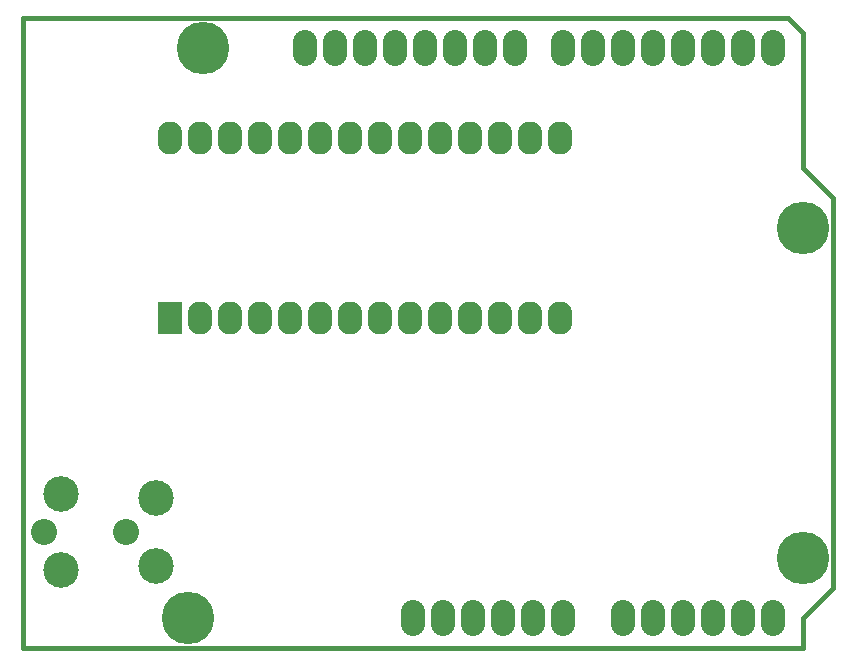
<source format=gbs>
G04 (created by PCBNEW-RS274X (2012-01-10 BZR 3351)-testing) date Lørdag '28en' 28. Juli 2012 13.38.29*
G01*
G70*
G90*
%MOIN*%
G04 Gerber Fmt 3.4, Leading zero omitted, Abs format*
%FSLAX34Y34*%
G04 APERTURE LIST*
%ADD10C,0.006000*%
%ADD11C,0.015000*%
%ADD12R,0.082000X0.110000*%
%ADD13O,0.082000X0.110000*%
%ADD14O,0.080000X0.120000*%
%ADD15C,0.175000*%
%ADD16C,0.118400*%
%ADD17C,0.086900*%
G04 APERTURE END LIST*
G54D10*
G54D11*
X24300Y-38700D02*
X24300Y-17700D01*
X50300Y-38700D02*
X24300Y-38700D01*
X50300Y-37700D02*
X50300Y-38700D01*
X51300Y-36700D02*
X50300Y-37700D01*
X51300Y-23700D02*
X51300Y-36700D01*
X50300Y-22700D02*
X51300Y-23700D01*
X50300Y-18200D02*
X50300Y-22700D01*
X49800Y-17700D02*
X50300Y-18200D01*
X24300Y-17700D02*
X49800Y-17700D01*
G54D12*
X29228Y-27705D03*
G54D13*
X30228Y-27705D03*
X31228Y-27705D03*
X32228Y-27705D03*
X33228Y-27705D03*
X34228Y-27705D03*
X35228Y-27705D03*
X36228Y-27705D03*
X37228Y-27705D03*
X38228Y-27705D03*
X39228Y-27705D03*
X40228Y-27705D03*
X41228Y-27705D03*
X42228Y-27705D03*
X42228Y-21705D03*
X41228Y-21705D03*
X40228Y-21705D03*
X39228Y-21705D03*
X38228Y-21705D03*
X37228Y-21705D03*
X36228Y-21705D03*
X35228Y-21705D03*
X34228Y-21705D03*
X33228Y-21705D03*
X32228Y-21705D03*
X31228Y-21705D03*
X30228Y-21705D03*
X29228Y-21705D03*
G54D14*
X49300Y-37700D03*
X48300Y-37700D03*
X47300Y-37700D03*
X44300Y-37700D03*
X45300Y-37700D03*
X46300Y-37700D03*
X42300Y-37700D03*
X41300Y-37700D03*
X40300Y-37700D03*
X38300Y-37700D03*
X37300Y-37700D03*
X49300Y-18700D03*
X48300Y-18700D03*
X47300Y-18700D03*
X46300Y-18700D03*
X45300Y-18700D03*
X44300Y-18700D03*
X43300Y-18700D03*
X42300Y-18700D03*
X40700Y-18700D03*
X39700Y-18700D03*
X38700Y-18700D03*
X37700Y-18700D03*
X36700Y-18700D03*
X35700Y-18700D03*
X34700Y-18700D03*
X33700Y-18700D03*
X39300Y-37700D03*
G54D15*
X50300Y-35700D03*
X50300Y-24700D03*
X30300Y-18700D03*
X29800Y-37700D03*
G54D16*
X28740Y-33701D03*
X25590Y-33583D03*
X25590Y-36103D03*
X28740Y-35985D03*
G54D17*
X25000Y-34843D03*
X27756Y-34843D03*
M02*

</source>
